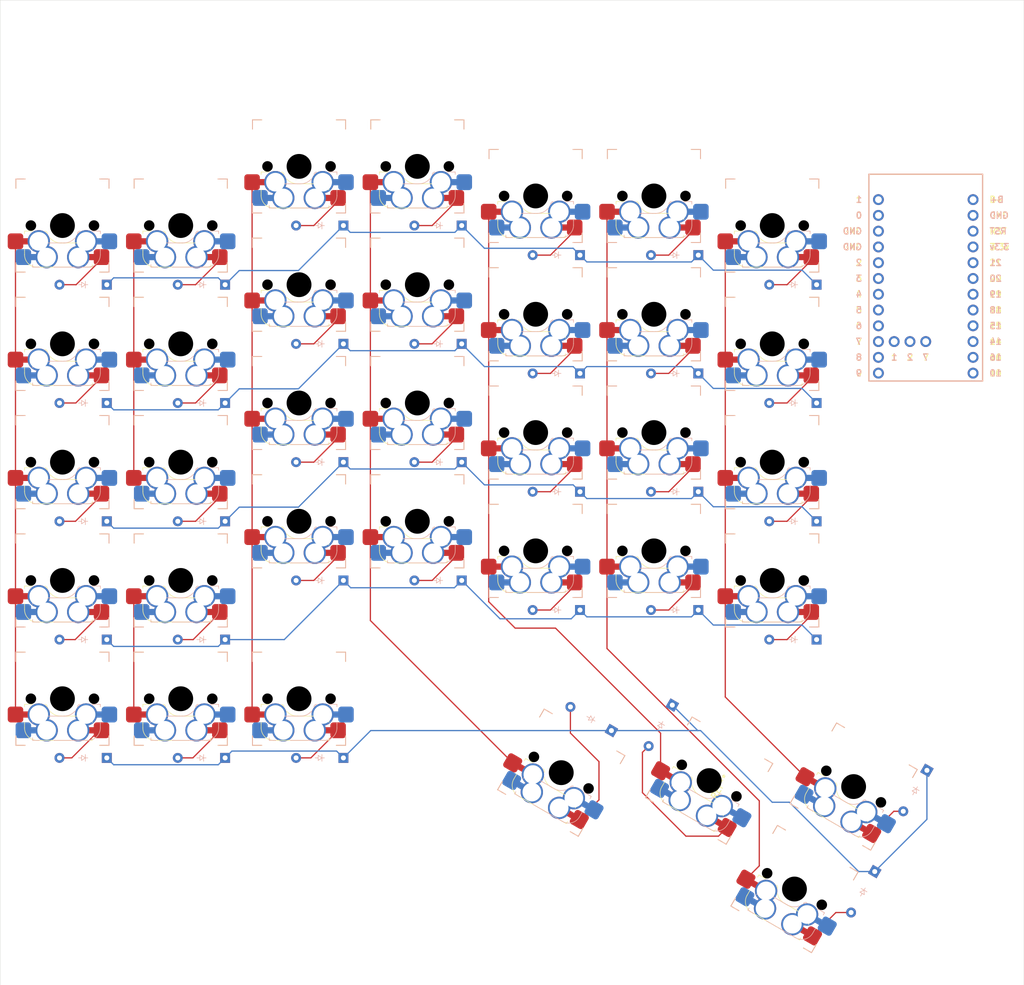
<source format=kicad_pcb>
(kicad_pcb (version 20241229) (generator "pcbnew") (generator_version "9.0")
  (layers (0 "F.Cu" signal) (2 "B.Cu" signal) (13 "F.Paste" user) (15 "B.Paste" user) (5 "F.SilkS" user "F.Silkscreen") (7 "B.SilkS" user "B.Silkscreen") (1 "F.Mask" user) (3 "B.Mask" user) (25 "Edge.Cuts" user))
  (net 0 "")
  (net 1 "Row_1")
  (net 2 "Net-(D1-A)")
  (net 3 "Net-(D2-A)")
  (net 4 "Net-(D3-A)")
  (net 5 "Net-(D4-A)")
  (net 6 "Net-(D5-A)")
  (net 7 "Net-(D6-A)")
  (net 8 "Net-(D7-A)")
  (net 9 "Net-(D8-A)")
  (net 10 "Row_2")
  (net 11 "Net-(D9-A)")
  (net 12 "Net-(D10-A)")
  (net 13 "Net-(D11-A)")
  (net 14 "Net-(D12-A)")
  (net 15 "Net-(D13-A)")
  (net 16 "Net-(D14-A)")
  (net 17 "Row_3")
  (net 18 "Net-(D15-A)")
  (net 19 "Net-(D16-A)")
  (net 20 "Net-(D17-A)")
  (net 21 "Net-(D18-A)")
  (net 22 "Net-(D19-A)")
  (net 23 "Net-(D20-A)")
  (net 24 "Net-(D21-A)")
  (net 25 "Row_4")
  (net 26 "Net-(D22-A)")
  (net 27 "Net-(D23-A)")
  (net 28 "Net-(D24-A)")
  (net 29 "Net-(D25-A)")
  (net 30 "Net-(D26-A)")
  (net 31 "Net-(D27-A)")
  (net 32 "Net-(D28-A)")
  (net 33 "Row_5")
  (net 34 "Net-(D29-A)")
  (net 35 "Net-(D30-A)")
  (net 36 "Net-(D31-A)")
  (net 37 "Net-(D32-A)")
  (net 38 "Net-(D33-A)")
  (net 39 "Net-(D34-A)")
  (net 40 "Net-(D35-A)")
  (net 41 "Col_1")
  (net 42 "Col_2")
  (net 43 "Col_3")
  (net 44 "Col_4")
  (net 45 "Col_5")
  (net 46 "Col_6")
  (net 47 "Col_7")
  (footprint "key-switches:SW_MX_HotSwap_PTH_double" (layer "F.Cu") (at 38.1 123.825)
    (property "Reference" "S26" (hide yes))
    (property "Value" "S22" (hide yes))
  )
  (footprint "key-switches:SW_MX_HotSwap_PTH_double" (layer "F.Cu") (at 133.35 61.9125)
    (property "Reference" "S4" (hide yes))
    (property "Value" "S6" (hide yes))
  )
  (footprint "key-switches:SW_MX_HotSwap_PTH_double" (layer "F.Cu") (at 118.424446 154.78125 -30)
    (property "Reference" "S32" (hide yes))
    (property "Value" "S32" (hide yes))
  )
  (footprint "key-switches:SW_MX_HotSwap_PTH_double" (layer "F.Cu") (at 76.2 76.2)
    (property "Reference" "S8" (hide yes))
    (property "Value" "S10" (hide yes))
  )
  (footprint "key-switches:SW_MX_HotSwap_PTH_double" (layer "F.Cu") (at 133.35 100.0125)
    (property "Reference" "S18" (hide yes))
    (property "Value" "S20" (hide yes))
  )
  (footprint "key-switches:SW_MX_HotSwap_PTH_double" (layer "F.Cu") (at 95.25 95.25)
    (property "Reference" "S16" (hide yes))
    (property "Value" "S18" (hide yes))
  )
  (footprint "key-switches:SW_MX_HotSwap_PTH_double" (layer "F.Cu") (at 76.2 114.3)
    (property "Reference" "S22" (hide yes))
    (property "Value" "S24" (hide yes))
  )
  (footprint "key-switches:SW_MX_HotSwap_PTH_double" (layer "F.Cu") (at 38.1 142.875)
    (property "Reference" "S29" (hide yes))
    (property "Value" "S29" (hide yes))
  )
  (footprint "ScottoKeebs_MCU:Nice_Nano_V2" (layer "F.Cu") (at 177.12 76.19)
    (property "Reference" "U2" (hide yes))
    (property "Value" "Nice_Nano_V2" (hide yes))
  )
  (footprint "key-switches:SW_MX_HotSwap_PTH_double" (layer "F.Cu") (at 57.15 66.675)
    (property "Reference" "S6" (hide yes))
    (property "Value" "S2" (hide yes))
  )
  (footprint "key-switches:SW_MX_HotSwap_PTH_double" (layer "F.Cu") (at 95.25 76.2)
    (property "Reference" "S9" (hide yes))
    (property "Value" "S11" (hide yes))
  )
  (footprint "key-switches:SW_MX_HotSwap_PTH_double" (layer "F.Cu") (at 95.25 57.15)
    (property "Reference" "S2" (hide yes))
    (property "Value" "S4" (hide yes))
  )
  (footprint "key-switches:SW_MX_HotSwap_PTH_double" (layer "F.Cu") (at 57.15 85.725)
    (property "Reference" "S13" (hide yes))
    (property "Value" "S9" (hide yes))
  )
  (footprint "key-switches:SW_MX_HotSwap_PTH_double" (layer "F.Cu") (at 114.3 119.0625)
    (property "Reference" "S24" (hide yes))
    (property "Value" "S26" (hide yes))
  )
  (footprint "key-switches:SW_MX_HotSwap_PTH_double" (layer "F.Cu") (at 114.3 100.0125)
    (property "Reference" "S17" (hide yes))
    (property "Value" "S19" (hide yes))
  )
  (footprint "key-switches:SW_MX_HotSwap_PTH_double" (layer "F.Cu") (at 142.236946 156.057358 -30)
    (property "Reference" "S33" (hide yes))
    (property "Value" "S33" (hide yes))
  )
  (footprint "key-switches:SW_MX_HotSwap_PTH_double" (layer "F.Cu") (at 57.15 123.825)
    (property "Reference" "S27" (hide yes))
    (property "Value" "S23" (hide yes))
  )
  (footprint "key-switches:SW_MX_HotSwap_PTH_double" (layer "F.Cu") (at 76.2 95.25)
    (property "Reference" "S15" (hide yes))
    (property "Value" "S17" (hide yes))
  )
  (footprint "key-switches:SW_MX_HotSwap_PTH_double" (layer "F.Cu") (at 165.50481 157.01902 -30)
    (property "Reference" "S34" (hide yes))
    (property "Value" "S35" (hide yes))
  )
  (footprint "key-switches:SW_MX_HotSwap_PTH_double" (layer "F.Cu") (at 38.1 85.725)
    (property "Reference" "S12" (hide yes))
    (property "Value" "S8" (hide yes))
  )
  (footprint "key-switches:SW_MX_HotSwap_PTH_double" (layer "F.Cu") (at 114.3 80.9625)
    (property "Reference" "S10" (hide yes))
    (property "Value" "S12" (hide yes))
  )
  (footprint "key-switches:SW_MX_HotSwap_PTH_double" (layer "F.Cu") (at 38.1 104.775)
    (property "Reference" "S19" (hide yes))
    (property "Value" "S15" (hide yes))
  )
  (footprint "key-switches:SW_MX_HotSwap_PTH_double" (layer "F.Cu") (at 95.25 114.3)
    (property "Reference" "S23" (hide yes))
    (property "Value" "S25" (hide yes))
  )
  (footprint "key-switches:SW_MX_HotSwap_PTH_double" (layer "F.Cu") (at 76.2 57.15)
    (property "Reference" "S1" (hide yes))
    (property "Value" "S3" (hide yes))
  )
  (footprint "key-switches:SW_MX_HotSwap_PTH_double" (layer "F.Cu") (at 133.35 80.9625)
    (property "Reference" "S11" (hide yes))
    (property "Value" "S13" (hide yes))
  )
  (footprint "key-switches:SW_MX_HotSwap_PTH_double" (layer "F.Cu") (at 114.3 61.9125)
    (property "Reference" "S3" (hide yes))
    (property "Value" "S5" (hide yes))
  )
  (footprint "key-switches:SW_MX_HotSwap_PTH_double" (layer "F.Cu") (at 155.97981 173.516804 -30)
    (property "Reference" "S35" (hide yes))
    (property "Value" "S34" (hide yes))
  )
  (footprint "key-switches:SW_MX_HotSwap_PTH_double" (layer "F.Cu") (at 57.15 142.875)
    (property "Reference" "S30" (hide yes))
    (property "Value" "S30" (hide yes))
  )
  (footprint "key-switches:SW_MX_HotSwap_PTH_double" (layer "F.Cu") (at 76.2 142.875)
    (property "Reference" "S31" (hide yes))
    (property "Value" "S31" (hide yes))
  )
  (footprint "key-switches:SW_MX_HotSwap_PTH_double" (layer "F.Cu") (at 152.4 104.775)
    (property "Reference" "S21" (hide yes))
    (property "Value" "S21" (hide yes))
  )
  (footprint "key-switches:SW_MX_HotSwap_PTH_double" (layer "F.Cu") (at 57.15 104.775)
    (property "Reference" "S20" (hide yes))
    (property "Value" "S16" (hide yes))
  )
  (footprint "key-switches:SW_MX_HotSwap_PTH_double" (layer "F.Cu") (at 152.4 85.725)
    (property "Reference" "S14" (hide yes))
    (property "Value" "S14" (hide yes))
  )
  (footprint "key-switches:SW_MX_HotSwap_PTH_double" (layer "F.Cu") (at 152.4 66.675)
    (property "Reference" "S7" (hide yes))
    (property "Value" "S7" (hide yes))
  )
  (footprint "ScottoKeebs_Stabilizer:Stabilizer_MX_2.00u" (layer "F.Cu") (at 142.236946 156.057358 -120)
    (property "Reference" "REF**")
    (property "Value" "Stabilizer_MX_2.00u")
  )
  (footprint "key-switches:SW_MX_HotSwap_PTH_double" (layer "F.Cu") (at 133.35 119.0625)
    (property "Reference" "S25" (hide yes))
    (property "Value" "S27" (hide yes))
  )
  (footprint "key-switches:SW_MX_HotSwap_PTH_double" (layer "F.Cu") (at 152.4 123.825)
    (property "Reference" "S28" (hide yes))
    (property "Value" "S28" (hide yes))
  )
  (footprint "key-switches:SW_MX_HotSwap_PTH_double" (layer "F.Cu") (at 38.1 66.675)
    (property "Reference" "S5" (hide yes))
    (property "Value" "S1" (hide yes))
  )
  (footprint "ScottoKeebs_Components:Diode_DO-35" (layer "B.Cu") (at 83.34375 123.825 180)
    (property "Reference" "D24" (hide yes))
    (property "Value" "~" (hide yes))
  )
  (footprint "ScottoKeebs_Components:Diode_DO-35" (layer "B.Cu") (at 45.24375 152.4 180)
    (property "Reference" "D29" (hide yes))
    (property "Value" "~" (hide yes))
  )
  (footprint "ScottoKeebs_Components:Diode_DO-35" (layer "B.Cu") (at 64.29375 76.2 180)
    (property "Reference" "D2" (hide yes))
    (property "Value" "~" (hide yes))
  )
  (footprint "ScottoKeebs_Components:Diode_DO-35" (layer "B.Cu") (at 102.39375 123.825 180)
    (property "Reference" "D25" (hide yes))
    (property "Value" "~" (hide yes))
  )
  (footprint "ScottoKeebs_Components:Diode_DO-35" (layer "B.Cu") (at 102.39375 66.675 180)
    (property "Reference" "D4" (hide yes))
    (property "Value" "~" (hide yes))
  )
  (footprint "ScottoKeebs_Components:Diode_DO-35" (layer "B.Cu") (at 140.49375 128.5875 180)
    (property "Reference" "D27" (hide yes))
    (property "Value" "~" (hide yes))
  )
  (footprint "ScottoKeebs_Components:Diode_DO-35" (layer "B.Cu") (at 83.34375 66.675 180)
    (property "Reference" "D3" (hide yes))
    (property "Value" "~" (hide yes))
  )
  (footprint "ScottoKeebs_Components:Diode_DO-35" (layer "B.Cu") (at 64.29375 133.35 180)
    (property "Reference" "D23" (hide yes))
    (property "Value" "~" (hide yes))
  )
  (footprint "ScottoKeebs_Components:Diode_DO-35" (layer "B.Cu") (at 64.29375 95.25 180)
    (property "Reference" "D9" (hide yes))
    (property "Value" "~" (hide yes))
  )
  (footprint "ScottoKeebs_Components:Diode_DO-35" (layer "B.Cu") (at 102.39375 104.775 180)
    (property "Reference" "D18" (hide yes))
    (property "Value" "~" (hide yes))
  )
  (footprint "ScottoKeebs_Components:Diode_DO-35" (layer "B.Cu") (at 121.44375 128.5875 180)
    (property "Reference" "D26" (hide yes))
    (property "Value" "~" (hide yes))
  )
  (footprint "ScottoKeebs_Components:Diode_DO-35" (layer "B.Cu") (at 140.49375 90.4875 180)
    (property "Reference" "D13" (hide yes))
    (property "Value" "~" (hide yes))
  )
  (footprint "ScottoKeebs_Components:Diode_DO-35" (layer "B.Cu") (at 177.309997 154.400883 -120)
    (property "Reference" "D34" (hide yes))
    (property "Value" "~" (hide yes))
  )
  (footprint "ScottoKeebs_Components:Diode_DO-35" (layer "B.Cu") (at 64.29375 152.4 180)
    (property "Reference" "D30" (hide yes))
    (property "Value" "~" (hide yes))
  )
  (footprint "ScottoKeebs_Components:Diode_DO-35" (layer "B.Cu") (at 121.44375 90.4875 180)
    (property "Reference" "D12" (hide yes))
    (property "Value" "~" (hide yes))
  )
  (footprint "ScottoKeebs_Components:Diode_DO-35" (layer "B.Cu") (at 121.44375 109.5375 180)
    (property "Reference" "D19" (hide yes))
    (property "Value" "~" (hide yes))
  )
  (footprint "ScottoKeebs_Components:Diode_DO-35" (layer "B.Cu") (at 45.24375 95.249998 180)
    (property "Reference" "D8" (hide yes))
    (property "Value" "~" (hide yes))
  )
  (footprint "ScottoKeebs_Components:Diode_DO-35" (layer "B.Cu") (at 159.54375 114.3 180)
    (property "Reference" "D21" (hide yes))
    (property "Value" "~" (hide yes))
  )
  (footprint "ScottoKeebs_Components:Diode_DO-35" (layer "B.Cu") (at 102.39375 85.725 180)
    (property "Reference" "D11" (hide yes))
    (property "Value" "~" (hide yes))
  )
  (footprint "ScottoKeebs_Components:Diode_DO-35" (layer "B.Cu") (at 64.29375 114.3 180)
    (property "Reference" "D16" (hide yes))
    (property "Value" "~" (hide yes))
  )
  (footprint "ScottoKeebs_Components:Diode_DO-35" (layer "B.Cu") (at 159.54375 76.2 180)
    (property "Reference" "D7" (hide yes))
    (property "Value" "~" (hide yes))
  )
  (footprint "ScottoKeebs_Components:Diode_DO-35" (layer "B.Cu") (at 159.54375 95.25 180)
    (property "Reference" "D14" (hide yes))
    (property "Value" "~" (hide yes))
  )
  (footprint "ScottoKeebs_Components:Diode_DO-35" (layer "B.Cu") (at 45.24375 133.35 180)
    (property "Reference" "D22" (hide yes))
    (property "Value" "~" (hide yes))
  )
  (footprint "ScottoKeebs_Components:Diode_DO-35" (layer "B.Cu") (at 168.905 170.700444 -120)
    (property "Reference" "D33" (hide yes))
    (property "Value" "~" (hide yes))
  )
  (footprint "ScottoKeebs_Components:Diode_DO-35" (layer "B.Cu") (at 83.34375 152.4 180)
    (property "Reference" "D31" (hide yes))
    (property "Value" "~" (hide yes))
  )
  (footprint "ScottoKeebs_Components:Diode_DO-35" (layer "B.Cu") (at 83.34375 104.775 180)
    (property "Reference" "D17" (hide yes))
    (property "Value" "~" (hide yes))
  )
  (footprint "ScottoKeebs_Components:Diode_DO-35" (layer "B.Cu") (at 126.5 148 150)
    (property "Reference" "D32" (hide yes))
    (property "Value" "~" (hide yes))
  )
  (footprint "ScottoKeebs_Components:Diode_DO-35" (layer "B.Cu") (at 159.54375 133.35 180)
    (property "Reference" "D28" (hide yes))
    (property "Value" "~" (hide yes))
  )
  (footprint "ScottoKeebs_Components:Diode_DO-35" (layer "B.Cu") (at 121.44375 71.4375 180)
    (property "Reference" "D5" (hide yes))
    (property "Value" "~" (hide yes))
  )
  (footprint "ScottoKeebs_Components:Diode_DO-35" (layer "B.Cu") (at 140.49375 71.4375 180)
    (property "Reference" "D6" (hide yes))
    (property "Value" "~" (hide yes))
  )
  (footprint "ScottoKeebs_Components:Diode_DO-35" (layer "B.Cu") (at 140.49375 109.5375 180)
    (property "Reference" "D20" (hide yes))
    (property "Value" "~" (hide yes))
  )
  (footprint "ScottoKeebs_Components:Diode_DO-35" (layer "B.Cu") (at 83.34375 85.725 180)
    (property "Reference" "D10" (hide yes))
    (property "Value" "~" (hide yes))
  )
  (footprint "ScottoKeebs_Components:Diode_DO-35" (layer "B.Cu") (at 136.309997 143.900883 -120)
    (property "Reference" "D35" (hide yes))
    (property "Value" "~" (hide yes))
  )
  (footprint "ScottoKeebs_Components:Diode_DO-35" (layer "B.Cu") (at 45.24375 76.199998 180)
    (property "Reference" "D1" (hide yes))
    (property "Value" "~" (hide yes))
  )
  (footprint "ScottoKeebs_Components:Diode_DO-35" (layer "B.Cu") (at 45.24375 114.3 180)
    (property "Reference" "D15" (hide yes))
    (property "Value" "~" (hide yes))
  )
  (gr_rect (start 28.07 30.38) (end 192.93 189) (stroke (width 0.05)) (fill no) (layer "Edge.Cuts"))
  (segment (start 45.24375 76.25625) (end 45 76.5) (width 0.2) (layer "B.Cu") (net 1))
  (segment (start 66.57475 73.919) (end 76.09975 73.919) (width 0.2) (layer "B.Cu") (net 1))
  (segment (start 76.09975 73.919) (end 83.34375 66.675) (width 0.2) (layer "B.Cu") (net 1))
  (segment (start 46.344746 75.099002) (end 63.192752 75.099002) (width 0.2) (layer "B.Cu") (net 1))
  (segment (start 140.49375 71.4375) (end 142.91225 73.856) (width 0.2) (layer "B.Cu") (net 1))
  (segment (start 142.91225 73.856) (end 157.19975 73.856) (width 0.2) (layer "B.Cu") (net 1))
  (segment (start 139.392748 72.538502) (end 140.49375 71.4375) (width 0.2) (layer "B.Cu") (net 1))
  (segment (start 102.39375 66.675) (end 106.055252 70.336502) (width 0.2) (layer "B.Cu") (net 1))
  (segment (start 63.192752 75.099002) (end 64.29375 76.2) (width 0.2) (layer "B.Cu") (net 1))
  (segment (start 106.055252 70.336502) (end 120.342752 70.336502) (width 0.2) (layer "B.Cu") (net 1))
  (segment (start 83.34375 66.675) (end 84.444752 67.776002) (width 0.2) (layer "B.Cu") (net 1))
  (segment (start 121.44375 71.4375) (end 122.544752 72.538502) (width 0.2) (layer "B.Cu") (net 1))
  (segment (start 64.29375 76.2) (end 66.57475 73.919) (width 0.2) (layer "B.Cu") (net 1))
  (segment (start 157.19975 73.856) (end 159.54375 76.2) (width 0.2) (layer "B.Cu") (net 1))
  (segment (start 122.544752 72.538502) (end 139.392748 72.538502) (width 0.2) (layer "B.Cu") (net 1))
  (segment (start 84.444752 67.776002) (end 101.292748 67.776002) (width 0.2) (layer "B.Cu") (net 1))
  (segment (start 101.292748 67.776002) (end 102.39375 66.675) (width 0.2) (layer "B.Cu") (net 1))
  (segment (start 45.24375 76.199998) (end 45.24375 76.25625) (width 0.2) (layer "B.Cu") (net 1))
  (segment (start 120.342752 70.336502) (end 121.44375 71.4375) (width 0.2) (layer "B.Cu") (net 1))
  (segment (start 45.24375 76.199998) (end 46.344746 75.099002) (width 0.2) (layer "B.Cu") (net 1))
  (segment (start 40.3 76.2) (end 37.623749 76.2) (width 0.2) (layer "F.Cu") (net 2))
  (segment (start 44.39 71.755) (end 44.39 72.11) (width 0.2) (layer "F.Cu") (net 2))
  (segment (start 44.39 72.11) (end 40.3 76.2) (width 0.2) (layer "F.Cu") (net 2))
  (segment (start 59.531248 76.200002) (end 56.673749 76.200002) (width 0.2) (layer "F.Cu") (net 3))
  (segment (start 63.44 71.755) (end 63.44 72.29125) (width 0.2) (layer "F.Cu") (net 3))
  (segment (start 63.44 72.29125) (end 59.531248 76.200002) (width 0.2) (layer "F.Cu") (net 3))
  (segment (start 82.49 62.23) (end 82.49 62.76625) (width 0.2) (layer "F.Cu") (net 4))
  (segment (start 78.581248 66.675002) (end 75.723749 66.675002) (width 0.2) (layer "F.Cu") (net 4))
  (segment (start 82.49 62.76625) (end 78.581248 66.675002) (width 0.2) (layer "F.Cu") (net 4))
  (segment (start 97.631248 66.675002) (end 94.773749 66.675002) (width 0.2) (layer "F.Cu") (net 5))
  (segment (start 101.54 62.76625) (end 97.631248 66.675002) (width 0.2) (layer "F.Cu") (net 5))
  (segment (start 101.54 62.23) (end 101.54 62.76625) (width 0.2) (layer "F.Cu") (net 5))
  (segment (start 120.59 66.9925) (end 120.59 67.52875) (width 0.2) (layer "F.Cu") (net 6))
  (segment (start 120.59 67.52875) (end 116.681248 71.437502) (width 0.2) (layer "F.Cu") (net 6))
  (segment (start 116.681248 71.437502) (end 113.823749 71.437502) (width 0.2) (layer "F.Cu") (net 6))
  (segment (start 139.64 67.52875) (end 135.731248 71.437502) (width 0.2) (layer "F.Cu") (net 7))
  (segment (start 139.64 66.9925) (end 139.64 67.52875) (width 0.2) (layer "F.Cu") (net 7))
  (segment (start 135.731248 71.437502) (end 132.873749 71.437502) (width 0.2) (layer "F.Cu") (net 7))
  (segment (start 158.69 72.29125) (end 154.781248 76.200002) (width 0.2) (layer "F.Cu") (net 8))
  (segment (start 158.69 71.755) (end 158.69 72.29125) (width 0.2) (layer "F.Cu") (net 8))
  (segment (start 154.781248 76.200002) (end 151.923749 76.200002) (width 0.2) (layer "F.Cu") (net 8))
  (segment (start 44.39 91.11) (end 40.25 95.25) (width 0.2) (layer "F.Cu") (net 9))
  (segment (start 40.25 95.25) (end 37.623749 95.25) (width 0.2) (layer "F.Cu") (net 9))
  (segment (start 44.39 90.805) (end 44.39 91.11) (width 0.2) (layer "F.Cu") (net 9))
  (segment (start 106.055252 89.386502) (end 120.342752 89.386502) (width 0.2) (layer "B.Cu") (net 10))
  (segment (start 76.09975 92.969) (end 83.34375 85.725) (width 0.2) (layer "B.Cu") (net 10))
  (segment (start 157.19975 92.906) (end 159.54375 95.25) (width 0.2) (layer "B.Cu") (net 10))
  (segment (start 140.49375 90.4875) (end 142.91225 92.906) (width 0.2) (layer "B.Cu") (net 10))
  (segment (start 122.544748 89.386502) (end 121.44375 90.4875) (width 0.2) (layer "B.Cu") (net 10))
  (segment (start 84.444752 86.826002) (end 101.292748 86.826002) (width 0.2) (layer "B.Cu") (net 10))
  (segment (start 142.91225 92.906) (end 157.19975 92.906) (width 0.2) (layer "B.Cu") (net 10))
  (segment (start 46.344754 96.351002) (end 63.192748 96.351002) (width 0.2) (layer "B.Cu") (net 10))
  (segment (start 120.342752 89.386502) (end 121.44375 90.4875) (width 0.2) (layer "B.Cu") (net 10))
  (segment (start 139.392752 89.386502) (end 122.544748 89.386502) (width 0.2) (layer "B.Cu") (net 10))
  (segment (start 102.39375 85.725) (end 106.055252 89.386502) (width 0.2) (layer "B.Cu") (net 10))
  (segment (start 45.24375 95.249998) (end 46.344754 96.351002) (width 0.2) (layer "B.Cu") (net 10))
  (segment (start 83.34375 85.725) (end 84.444752 86.826002) (width 0.2) (layer "B.Cu") (net 10))
  (segment (start 64.29375 95.25) (end 66.57475 92.969) (width 0.2) (layer "B.Cu") (net 10))
  (segment (start 140.49375 90.4875) (end 139.392752 89.386502) (width 0.2) (layer "B.Cu") (net 10))
  (segment (start 101.292748 86.826002) (end 102.39375 85.725) (width 0.2) (layer "B.Cu") (net 10))
  (segment (start 63.192748 96.351002) (end 64.29375 95.25) (width 0.2) (layer "B.Cu") (net 10))
  (segment (start 66.57475 92.969) (end 76.09975 92.969) (width 0.2) (layer "B.Cu") (net 10))
  (segment (start 63.44 90.805) (end 63.44 91.34125) (width 0.2) (layer "F.Cu") (net 11))
  (segment (start 59.531248 95.250002) (end 56.673749 95.250002) (width 0.2) (layer "F.Cu") (net 11))
  (segment (start 63.44 91.34125) (end 59.531248 95.250002) (width 0.2) (layer "F.Cu") (net 11))
  (segment (start 82.49 81.28) (end 82.49 81.81625) (width 0.2) (layer "F.Cu") (net 12))
  (segment (start 78.581248 85.725002) (end 75.723749 85.725002) (width 0.2) (layer "F.Cu") (net 12))
  (segment (start 82.49 81.81625) (end 78.581248 85.725002) (width 0.2) (layer "F.Cu") (net 12))
  (segment (start 101.54 81.81625) (end 97.631248 85.725002) (width 0.2) (layer "F.Cu") (net 13))
  (segment (start 101.54 81.28) (end 101.54 81.81625) (width 0.2) (layer "F.Cu") (net 13))
  (segment (start 97.631248 85.725002) (end 94.773749 85.725002) (width 0.2) (layer "F.Cu") (net 13))
  (segment (start 120.59 86.0425) (end 120.59 86.57875) (width 0.2) (layer "F.Cu") (net 14))
  (segment (start 120.59 86.57875) (end 116.681248 90.487502) (width 0.2) (layer "F.Cu") (net 14))
  (segment (start 116.681248 90.487502) (end 113.823749 90.487502) (width 0.2) (layer "F.Cu") (net 14))
  (segment (start 135.731248 90.487502) (end 132.873749 90.487502) (width 0.2) (layer "F.Cu") (net 15))
  (segment (start 139.64 86.57875) (end 135.731248 90.487502) (width 0.2) (layer "F.Cu") (net 15))
  (segment (start 139.64 86.0425) (end 139.64 86.57875) (width 0.2) (layer "F.Cu") (net 15))
  (segment (start 158.69 91.34125) (end 154.781248 95.250002) (width 0.2) (layer "F.Cu") (net 16))
  (segment (start 154.781248 95.250002) (end 151.923749 95.250002) (width 0.2) (layer "F.Cu") (net 16))
  (segment (start 158.69 90.805) (end 158.69 91.34125) (width 0.2) (layer "F.Cu") (net 16))
  (segment (start 121.44375 109.5375) (end 122.544752 110.638502) (width 0.2) (layer "B.Cu") (net 17))
  (segment (start 84.444752 105.876002) (end 101.292748 105.876002) (width 0.2) (layer "B.Cu") (net 17))
  (segment (start 106.055252 108.436502) (end 120.342752 108.436502) (width 0.2) (layer "B.Cu") (net 17))
  (segment (start 66.57475 112.019) (end 76.09975 112.019) (width 0.2) (layer "B.Cu") (net 17))
  (segment (start 101.292748 105.876002) (end 102.39375 104.775) (width 0.2) (layer "B.Cu") (net 17))
  (segment (start 140.49375 109.5375) (end 142.91225 111.956) (width 0.2) (layer "B.Cu") (net 17))
  (segment (start 83.34375 104.775) (end 84.444752 105.876002) (width 0.2) (layer "B.Cu") (net 17))
  (segment (start 122.544752 110.638502) (end 139.392748 110.638502) (width 0.2) (layer "B.Cu") (net 17))
  (segment (start 102.39375 104.775) (end 106.055252 108.436502) (width 0.2) (layer "B.Cu") (net 17))
  (segment (start 46.344752 115.401002) (end 63.192748 115.401002) (width 0.2) (layer "B.Cu") (net 17))
  (segment (start 120.342752 108.436502) (end 121.44375 109.5375) (width 0.2) (layer "B.Cu") (net 17))
  (segment (start 157.19975 111.956) (end 159.54375 114.3) (width 0.2) (layer "B.Cu") (net 17))
  (segment (start 142.91225 111.956) (end 157.19975 111.956) (width 0.2) (layer "B.Cu") (net 17))
  (segment (start 45.24375 114.3) (end 46.344752 115.401002) (width 0.2) (layer "B.Cu") (net 17))
  (segment (start 76.09975 112.019) (end 83.34375 104.775) (width 0.2) (layer "B.Cu") (net 17))
  (segment (start 64.29375 114.3) (end 66.57475 112.019) (width 0.2) (layer "B.Cu") (net 17))
  (segment (start 63.192748 115.401002) (end 64.29375 114.3) (width 0.2) (layer "B.Cu") (net 17))
  (segment (start 139.392748 110.638502) (end 140.49375 109.5375) (width 0.2) (layer "B.Cu") (net 17))
  (segment (start 44.39 109.855) (end 44.39 110.11) (width 0.2) (layer "F.Cu") (net 18))
  (segment (start 44.39 110.11) (end 40.199998 114.300002) (width 0.2) (layer "F.Cu") (net 18))
  (segment (start 40.199998 114.300002) (end 37.623749 114.300002) (width 0.2) (layer "F.Cu") (net 18))
  (segment (start 63.44 110.39125) (end 59.531248 114.300002) (width 0.2) (layer "F.Cu") (net 19))
  (segment (start 59.531248 114.300002) (end 56.673749 114.300002) (width 0.2) (layer "F.Cu") (net 19))
  (segment (start 63.44 109.855) (end 63.44 110.39125) (width 0.2) (layer "F.Cu") (net 19))
  (segment (start 78.581248 104.775002) (end 75.723749 104.775002) (width 0.2) (layer "F.Cu") (net 20))
  (segment (start 82.49 100.33) (end 82.49 100.86625) (width 0.2) (layer "F.Cu") (net 20))
  (segment (start 82.49 100.86625) (end 78.581248 104.775002) (width 0.2) (layer "F.Cu") (net 20))
  (segment (start 101.54 100.86625) (end 97.631248 104.775002) (width 0.2) (layer "F.Cu") (net 21))
  (segment (start 101.54 100.33) (end 101.54 100.86625) (width 0.2) (layer "F.Cu") (net 21))
  (segment (start 97.631248 104.775002) (end 94.773749 104.775002) (width 0.2) (layer "F.Cu") (net 21))
  (segment (start 116.681248 109.537502) (end 113.823749 109.537502) (width 0.2) (layer "F.Cu") (net 22))
  (segment (start 120.59 105.0925) (end 120.59 105.62875) (width 0.2) (layer "F.Cu") (net 22))
  (segment (start 120.59 105.62875) (end 116.681248 109.537502) (width 0.2) (layer "F.Cu") (net 22))
  (segment (start 139.64 105.62875) (end 135.731248 109.537502) (width 0.2) (layer "F.Cu") (net 23))
  (segment (start 135.731248 109.537502) (end 132.873749 109.537502) (width 0.2) (layer "F.Cu") (net 23))
  (segment (start 139.64 105.0925) (end 139.64 105.62875) (width 0.2) (layer "F.Cu") (net 23))
  (segment (start 158.69 109.855) (end 158.69 110.39125) (width 0.2) (layer "F.Cu") (net 24))
  (segment (start 158.69 110.39125) (end 154.781248 114.300002) (width 0.2) (layer "F.Cu") (net 24))
  (segment (start 154.781248 114.300002) (end 151.923749 114.300002) (width 0.2) (layer "F.Cu") (net 24))
  (segment (start 108.56875 130) (end 120.03125 130) (width 0.2) (layer "B.Cu") (net 25))
  (segment (start 84.51875 125) (end 101.21875 125) (width 0.2) (layer "B.Cu") (net 25))
  (segment (start 139.392748 129.688502) (end 140.49375 128.5875) (width 0.2) (layer "B.Cu") (net 25))
  (segment (start 157.19975 131.006) (end 159.54375 133.35) (width 0.2) (layer "B.Cu") (net 25))
  (segment (start 102.39375 123.825) (end 108.56875 130) (width 0.2) (layer "B.Cu") (net 25))
  (segment (start 63.192748 134.451002) (end 64.29375 133.35) (width 0.2) (layer "B.Cu") (net 25))
  (segment (start 46.344752 134.451002) (end 63.192748 134.451002) (width 0.2) (layer "B.Cu") (net 25))
  (segment (start 45.24375 133.35) (end 46.344752 134.451002) (width 0.2) (layer "B.Cu") (net 25))
  (segment (start 142.91225 131.006) (end 157.19975 131.006) (width 0.2) (layer "B.Cu") (net 25))
  (segment (start 121.44375 128.5875) (end 122.544752 129.688502) (width 0.2) (layer "B.Cu") (net 25))
  (segment (start 140.49375 128.5875) (end 142.91225 131.006) (width 0.2) (layer "B.Cu") (net 25))
  (segment (start 73.81875 133.35) (end 83.34375 123.825) (width 0.2) (layer "B.Cu") (net 25))
  (segment (start 64.29375 133.35) (end 73.81875 133.35) (width 0.2) (layer "B.Cu") (net 25))
  (segment (start 122.544752 129.688502) (end 139.392748 129.688502) (width 0.2) (layer "B.Cu") (net 25))
  (segment (start 101.21875 125) (end 102.39375 123.825) (width 0.2) (layer "B.Cu") (net 25))
  (segment (start 83.34375 123.825) (end 84.51875 125) (width 0.2) (layer "B.Cu") (net 25))
  (segment (start 120.03125 130) (end 121.44375 128.5875) (width 0.2) (layer "B.Cu") (net 25))
  (segment (start 40.149998 133.350002) (end 37.623749 133.350002) (width 0.2) (layer "F.Cu") (net 26))
  (segment (start 44.39 129.11) (end 40.149998 133.350002) (width 0.2) (layer "F.Cu") (net 26))
  (segment (start 44.39 128.905) (end 44.39 129.11) (width 0.2) (layer "F.Cu") (net 26))
  (segment (start 59.149998 133.350002) (end 56.673749 133.350002) (width 0.2) (layer "F.Cu") (net 27))
  (segment (start 63.44 129.06) (end 59.149998 133.350002) (width 0.2) (layer "F.Cu") (net 27))
  (segment (start 63.44 128.905) (end 63.44 129.06) (width 0.2) (layer "F.Cu") (net 27))
  (segment (start 82.49 119.38) (end 82.49 119.91625) (width 0.2) (layer "F.Cu") (net 28))
  (segment (start 78.581248 123.825002) (end 75.723749 123.825002) (width 0.2) (layer "F.Cu") (net 28))
  (segment (start 82.49 119.91625) (end 78.581248 123.825002) (width 0.2) (layer "F.Cu") (net 28))
  (segment (start 101.54 119.91625) (end 97.631248 123.825002) (width 0.2) (layer "F.Cu") (net 29))
  (segment (start 97.631248 123.825002) (end 94.773749 123.825002) (width 0.2) (layer "F.Cu") (net 29))
  (segment (start 101.54 119.38) (end 101.54 119.91625) (width 0.2) (layer "F.Cu") (net 29))
  (segment (start 120.59 124.1425) (end 120.59 124.67875) (width 0.2) (layer "F.Cu") (net 30))
  (segment (start 120.59 124.67875) (end 116.681248 128.587502) (width 0.2) (layer "F.Cu") (net 30))
  (segment (start 116.681248 128.587502) (end 113.823749 128.587502) (width 0.2) (layer "F.Cu") (net 30))
  (segment (start 135.731248 128.587502) (end 132.873749 128.587502) (width 0.2) (layer "F.Cu") (net 31))
  (segment (start 139.64 124.1425) (end 139.64 124.67875) (width 0.2) (layer "F.Cu") (net 31))
  (segment (start 139.64 124.67875) (end 135.731248 128.587502) (width 0.2) (layer "F.Cu") (net 31))
  (segment (start 154.781248 133.350002) (end 151.923749 133.350002) (width 0.2) (layer "F.Cu") (net 32))
  (segment (start 158.69 129.44125) (end 154.781248 133.350002) (width 0.2) (layer "F.Cu") (net 32))
  (segment (start 158.69 128.905) (end 158.69 129.44125) (width 0.2) (layer "F.Cu") (net 32))
  (segment (start 126.5 148) (end 140.409114 148) (width 0.2) (layer "B.Cu") (net 33))
  (segment (start 177.309997 162.295447) (end 168.905 170.700444) (width 0.2) (layer "B.Cu") (net 33))
  (segment (start 46.344752 153.501002) (end 63.192748 153.501002) (width 0.2) (layer "B.Cu") (net 33))
  (segment (start 83.34375 152.4) (end 87.74375 148) (width 0.2) (layer "B.Cu") (net 33))
  (segment (start 65.394748 151.299002) (end 82.242752 151.299002) (width 0.2) (layer "B.Cu") (net 33))
  (segment (start 152.4 159.54375) (end 155.159997 159.54375) (width 0.2) (layer "B.Cu") (net 33))
  (segment (start 45.24375 152.4) (end 46.344752 153.501002) (width 0.2) (layer "B.Cu") (net 33))
  (segment (start 177.309997 154.400883) (end 177.309997 162.295447) (width 0.2) (layer "B.Cu") (net 33))
  (segment (start 140.85625 148) (end 152.4 159.54375) (width 0.2) (layer "B.Cu") (net 33))
  (segment (start 87.74375 148) (end 126.5 148) (width 0.2) (layer "B.Cu") (net 33))
  (segment (start 168.905 170.700444) (end 166.316691 170.700444) (width 0.2) (layer "B.Cu") (net 33))
  (segment (start 166.316691 170.700444) (end 155.159997 159.54375) (width 0.2) (layer "B.Cu") (net 33))
  (segment (start 136.309997 143.900883) (end 140.409114 148) (width 0.2) (layer "B.Cu") (net 33))
  (segment (start 82.242752 151.299002) (end 83.34375 152.4) (width 0.2) (layer "B.Cu") (net 33))
  (segment (start 140.409114 148) (end 140.85625 148) (width 0.2) (layer "B.Cu") (net 33))
  (segment (start 64.29375 152.4) (end 65.394748 151.299002) (width 0.2) (layer "B.Cu") (net 33))
  (segment (start 63.192748 153.501002) (end 64.29375 152.4) (width 0.2) (layer "B.Cu") (net 33))
  (segment (start 44.39 147.955) (end 44.045 147.955) (width 0.2) (layer "F.Cu") (net 34))
  (segment (start 44.39 147.955) (end 40.64 147.955) (width 0.2) (layer "F.Cu") (net 34))
  (segment (start 44.045 147.955) (end 39.599998 152.400002) (width 0.2) (layer "F.Cu") (net 34))
  (segment (start 44.39 147.955) (end 42.6 147.955) (width 0.2) (layer "F.Cu") (net 34))
  (segment (start 39.599998 152.400002) (end 37.623749 152.400002) (width 0.2) (layer "F.Cu") (net 34))
  (segment (start 59.099998 152.400002) (end 56.673749 152.400002) (width 0.2) (layer "F.Cu") (net 35))
  (segment (start 63.44 148.06) (end 59.099998 152.400002) (width 0.2) (layer "F.Cu") (net 35))
  (segment (start 63.44 147.955) (end 63.44 148.06) (width 0.2) (layer "F.Cu") (net 35))
  (segment (start 82.49 148.01) (end 78.099998 152.400002) (width 0.2) (layer "F.Cu") (net 36))
  (segment (start 82.49 147.955) (end 82.49 148.01) (width 0.2) (layer "F.Cu") (net 36))
  (segment (start 78.099998 152.400002) (end 75.723749 152.400002) (width 0.2) (layer "F.Cu") (net 36))
  (segment (start 124.5 153) (end 119.900884 148.400884) (width 0.2) (layer "F.Cu") (net 37))
  (segment (start 124.5 159.157405) (end 124.5 153) (width 0.2) (layer "F.Cu") (net 37))
  (segment (start 119.900884 148.400884) (end 119.900884 144.190001) (width 0.2) (layer "F.Cu") (net 37))
  (segment (start 121.331746 162.325659) (end 124.5 159.157405) (width 0.2) (layer "F.Cu") (net 37))
  (segment (start 162.648762 177.299561) (end 158.88711 181.061213) (width 0.2) (layer "F.Cu") (net 38))
  (segment (start 165.095003 177.299561) (end 162.648762 177.299561) (width 0.2) (layer "F.Cu") (net 38))
  (segment (start 171.975539 161) (end 168.41211 164.563429) (width 0.2) (layer "F.Cu") (net 39))
  (segment (start 173.5 161) (end 171.975539 161) (width 0.2) (layer "F.Cu") (net 39))
  (segment (start 132.900883 150.099117) (end 131.5 151.5) (width 0.2) (layer "F.Cu") (net 40))
  (segment (start 143.746013 165) (end 145.144246 163.601767) (width 0.2) (layer "F.Cu") (net 40))
  (segment (start 138.5 165) (end 143.746013 165) (width 0.2) (layer "F.Cu") (net 40))
  (segment (start 131.5 151.5) (end 131.5 158) (width 0.2) (layer "F.Cu") (net 40))
  (segment (start 131.5 158) (end 138.5 165) (width 0.2) (layer "F.Cu") (net 40))
  (segment (start 30.54 107.315) (end 30.54 126.365) (width 0.2) (layer "F.Cu") (net 41))
  (segment (start 30.54 88.265) (end 30.54 107.315) (width 0.2) (layer "F.Cu") (net 41))
  (segment (start 30.54 69.215) (end 30.54 88.265) (width 0.2) (layer "F.Cu") (net 41))
  (segment (start 30.54 126.365) (end 30.54 145.415) (width 0.2) (layer "F.Cu") (net 41))
  (segment (start 49.59 126.365) (end 49.59 145.415) (width 0.2) (layer "F.Cu") (net 42))
  (segment (start 49.59 88.265) (end 49.59 107.315) (width 0.2) (layer "F.Cu") (net 42))
  (segment (start 49.59 69.215) (end 49.59 88.265) (width 0.2) (layer "F.Cu") (net 42))
  (segment (start 68.64 59.69) (end 68.64 78.74) (width 0.2) (layer "F.Cu") (net 43))
  (segment (start 68.64 78.74) (end 68.64 97.79) (width 0.2) (layer "F.Cu") (net 43))
  (segment (start 68.64 116.84) (end 68.64 145.415) (width 0.2) (layer "F.Cu") (net 43))
  (segment (start 68.64 97.79) (end 68.64 116.84) (width 0.2) (layer "F.Cu") (net 43))
  (segment (start 87.69 78.74) (end 87.69 97.79) (width 0.2) (layer "F.Cu") (net 44))
  (segment (start 87.69 130.283661) (end 110.607294 153.200955) (width 0.2) (layer "F.Cu") (net 44))
  (segment (start 87.69 97.79) (end 87.69 116.84) (width 0.2) (layer "F.Cu") (net 44))
  (segment (start 87.69 59.69) (end 87.69 78.74) (width 0.2) (layer "F.Cu") (net 44))
  (segment (start 87.69 116.84) (end 87.69 130.283661) (width 0.2) (layer "F.Cu") (net 44))
  (segment (start 106.74 64.4525) (end 106.74 83.5025) (width 0.2) (layer "F.Cu") (net 45))
  (segment (start 117.5 131.5) (end 134.419794 148.419794) (width 0.2) (layer "F.Cu") (net 45))
  (segment (start 134.419794 148.419794) (end 134.419794 154.477063) (width 0.2) (layer "F.Cu") (net 45))
  (segment (start 111 131.5) (end 117.5 131.5) (width 0.2) (layer "F.Cu") (net 45))
  (segment (start 106.74 121.6025) (end 106.74 127.24) (width 0.2) (layer "F.Cu") (net 45))
  (segment (start 106.74 127.24) (end 111 131.5) (width 0.2) (layer "F.Cu") (net 45))
  (segment (start 106.74 121.6025) (end 108.3 121.6025) (width 0.2) (layer "F.Cu") (net 45))
  (segment (start 106.74 102.5525) (end 106.74 121.6025) (width 0.2) (layer "F.Cu") (net 45))
  (segment (start 106.74 83.5025) (end 106.74 102.5525) (width 0.2) (layer "F.Cu") (net 45))
  (segment (start 125.79 121.6025) (end 125.79 134.79) (width 0.2) (layer "F.Cu") (net 46))
  (segment (start 147.599167 172.5) (end 148.162658 171.936509) (width 0.2) (layer "F.Cu") (net 46))
  (segment (start 150.315253 159.315253) (end 150.315253 169.783914) (width 0.2) (layer "F.Cu") (net 46))
  (segment (start 125.79 134.79) (end 150.315253 159.315253) (width 0.2) (layer "F.Cu") (net 46))
  (segment (start 150.315253 169.783914) (end 148.162658 171.936509) (width 0.2) (layer "F.Cu") (net 46))
  (segment (start 125.79 102.5525) (end 125.79 121.6025) (width 0.2) (layer "F.Cu") (net 46))
  (segment (start 125.79 83.5025) (end 125.79 102.5525) (width 0.2) (layer "F.Cu") (net 46))
  (segment (start 125.79 64.4525) (end 125.79 83.5025) (width 0.2) (layer "F.Cu") (net 46))
  (segment (start 144.84 88.265) (end 144.84 69.215) (width 0.2) (layer "F.Cu") (net 47))
  (segment (start 144.84 126.365) (end 144.84 107.315) (width 0.2) (layer "F.Cu") (net 47))
  (segment (start 144.84 126.365) (end 144.84 142.591067) (width 0.2) (layer "F.Cu") (net 47))
  (segment (start 144.84 107.315) (end 144.84 88.265) (width 0.2) (layer "F.Cu") (net 47))
  (segment (start 144.84 142.591067) (end 157.687658 155.438725) (width 0.2) (layer "F.Cu") (net 47))
)
</source>
